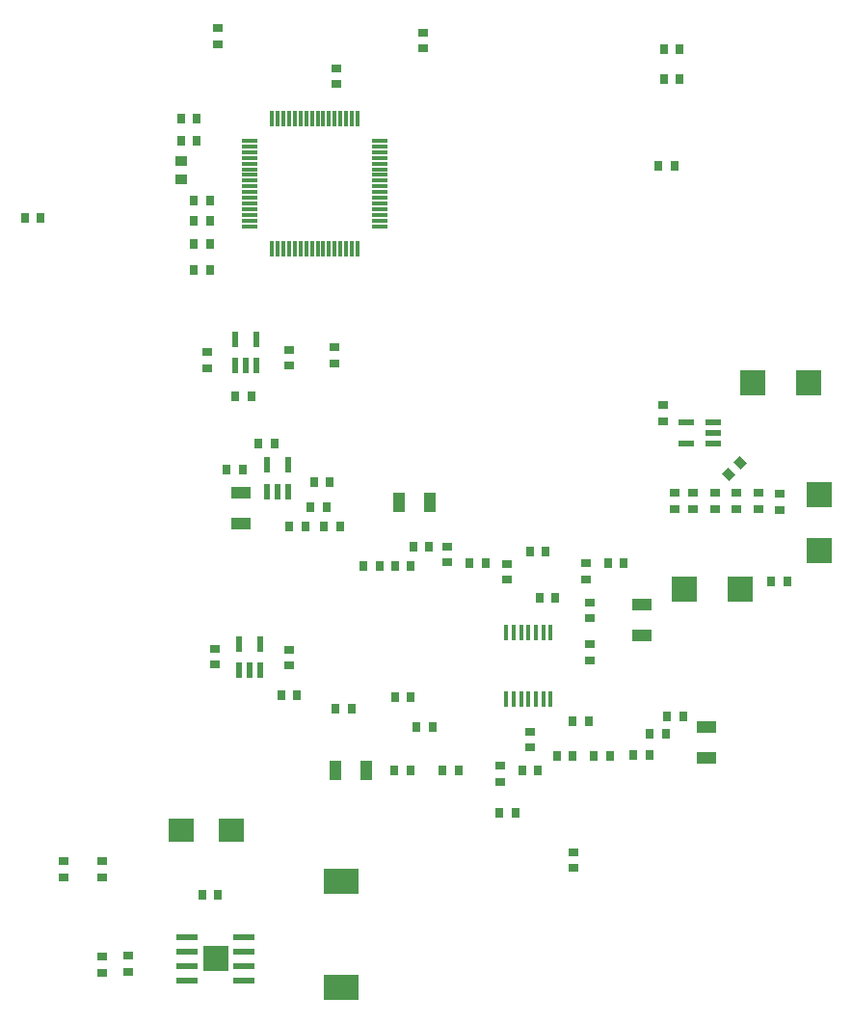
<source format=gtp>
G04*
G04 #@! TF.GenerationSoftware,Altium Limited,Altium Designer,18.1.9 (240)*
G04*
G04 Layer_Color=8421504*
%FSLAX25Y25*%
%MOIN*%
G70*
G01*
G75*
%ADD15R,0.03543X0.03150*%
%ADD16R,0.03150X0.03543*%
G04:AMPARAMS|DCode=17|XSize=35.43mil|YSize=31.5mil|CornerRadius=0mil|HoleSize=0mil|Usage=FLASHONLY|Rotation=135.000|XOffset=0mil|YOffset=0mil|HoleType=Round|Shape=Rectangle|*
%AMROTATEDRECTD17*
4,1,4,0.02366,-0.00139,0.00139,-0.02366,-0.02366,0.00139,-0.00139,0.02366,0.02366,-0.00139,0.0*
%
%ADD17ROTATEDRECTD17*%

%ADD18R,0.05807X0.01181*%
%ADD19R,0.01181X0.05807*%
%ADD20R,0.09055X0.09055*%
%ADD21R,0.09055X0.09055*%
%ADD22R,0.04331X0.06693*%
%ADD23R,0.06693X0.04331*%
%ADD24R,0.02200X0.05200*%
%ADD25R,0.03937X0.03543*%
%ADD26R,0.01772X0.05807*%
%ADD27R,0.05800X0.02200*%
%ADD28R,0.08858X0.08465*%
%ADD29R,0.12205X0.08661*%
%ADD30R,0.07800X0.02200*%
%ADD31R,0.09000X0.09000*%
D15*
X293508Y210244D02*
D03*
Y215756D02*
D03*
X318937Y180291D02*
D03*
Y185803D02*
D03*
X165000Y144441D02*
D03*
Y149953D02*
D03*
X237000Y456835D02*
D03*
Y451323D02*
D03*
X349949Y334800D02*
D03*
Y340312D02*
D03*
X323418Y280100D02*
D03*
Y285612D02*
D03*
X324796Y266672D02*
D03*
Y272183D02*
D03*
X295820Y280073D02*
D03*
Y285584D02*
D03*
X324796Y252234D02*
D03*
Y257746D02*
D03*
X236390Y360398D02*
D03*
Y354886D02*
D03*
X303918Y222000D02*
D03*
Y227512D02*
D03*
X354000Y304472D02*
D03*
Y309984D02*
D03*
X360449Y309954D02*
D03*
Y304443D02*
D03*
X367949Y309954D02*
D03*
Y304443D02*
D03*
X375449Y304443D02*
D03*
Y309955D02*
D03*
X275316Y291584D02*
D03*
Y286073D02*
D03*
X267000Y469194D02*
D03*
Y463682D02*
D03*
X382949Y304443D02*
D03*
Y309954D02*
D03*
X196012Y465100D02*
D03*
Y470612D02*
D03*
X390449Y304191D02*
D03*
Y309703D02*
D03*
X156000Y149756D02*
D03*
Y144244D02*
D03*
X192370Y353114D02*
D03*
Y358626D02*
D03*
X220500Y354000D02*
D03*
Y359512D02*
D03*
X142500Y177094D02*
D03*
Y182606D02*
D03*
X156000Y177094D02*
D03*
Y182606D02*
D03*
X195000Y256256D02*
D03*
Y250744D02*
D03*
X220500Y255847D02*
D03*
Y250335D02*
D03*
D16*
X246394Y284699D02*
D03*
X251906D02*
D03*
X303918Y289669D02*
D03*
X309430D02*
D03*
X318693Y231013D02*
D03*
X324205D02*
D03*
X306674Y214198D02*
D03*
X301162D02*
D03*
X257193Y284699D02*
D03*
X262705D02*
D03*
X312776Y273903D02*
D03*
X307264D02*
D03*
X356882Y232883D02*
D03*
X351370D02*
D03*
X236638Y235419D02*
D03*
X242150D02*
D03*
X355800Y463500D02*
D03*
X350288D02*
D03*
X263560Y291584D02*
D03*
X269072D02*
D03*
X350853Y226864D02*
D03*
X345341D02*
D03*
X264693Y229199D02*
D03*
X270205D02*
D03*
X355800Y453000D02*
D03*
X350288D02*
D03*
X392866Y279482D02*
D03*
X387354D02*
D03*
X288624Y285829D02*
D03*
X283113D02*
D03*
X326109Y219213D02*
D03*
X331621D02*
D03*
X257146Y214198D02*
D03*
X262658D02*
D03*
X353930Y423000D02*
D03*
X348418D02*
D03*
X313268Y219213D02*
D03*
X318780D02*
D03*
X279205Y214198D02*
D03*
X273693D02*
D03*
X199043Y318200D02*
D03*
X204555D02*
D03*
X229163Y313800D02*
D03*
X234675D02*
D03*
X226154Y298500D02*
D03*
X220642D02*
D03*
X238209Y298500D02*
D03*
X232697D02*
D03*
X134756Y405000D02*
D03*
X129244D02*
D03*
X257194Y239328D02*
D03*
X262705D02*
D03*
X345205Y219410D02*
D03*
X339693D02*
D03*
X330937Y285809D02*
D03*
X336449D02*
D03*
X207617Y343500D02*
D03*
X202105D02*
D03*
X190500Y171000D02*
D03*
X196012D02*
D03*
X193256Y387000D02*
D03*
X187744D02*
D03*
X193256Y396000D02*
D03*
X187744D02*
D03*
X193256Y404000D02*
D03*
X187744D02*
D03*
X193256Y411000D02*
D03*
X187744D02*
D03*
X188756Y431764D02*
D03*
X183244D02*
D03*
X188756Y439500D02*
D03*
X183244D02*
D03*
X293410Y199500D02*
D03*
X298922D02*
D03*
X210104Y327129D02*
D03*
X215616D02*
D03*
X217886Y240000D02*
D03*
X223398D02*
D03*
X228000Y305013D02*
D03*
X233512D02*
D03*
D17*
X372587Y316419D02*
D03*
X376484Y320317D02*
D03*
D18*
X252091Y431764D02*
D03*
Y429795D02*
D03*
Y427827D02*
D03*
Y425858D02*
D03*
Y423890D02*
D03*
Y421921D02*
D03*
Y419953D02*
D03*
Y417984D02*
D03*
Y416016D02*
D03*
Y414047D02*
D03*
Y412079D02*
D03*
Y410110D02*
D03*
Y408142D02*
D03*
Y406173D02*
D03*
Y404205D02*
D03*
Y402236D02*
D03*
X206909D02*
D03*
Y404205D02*
D03*
Y406173D02*
D03*
Y408142D02*
D03*
Y410110D02*
D03*
Y412079D02*
D03*
Y414047D02*
D03*
Y416016D02*
D03*
Y417984D02*
D03*
Y419953D02*
D03*
Y421921D02*
D03*
Y423890D02*
D03*
Y425858D02*
D03*
Y427827D02*
D03*
Y429795D02*
D03*
Y431764D02*
D03*
D19*
X244264Y394409D02*
D03*
X242295D02*
D03*
X240327D02*
D03*
X238358D02*
D03*
X236390D02*
D03*
X234421D02*
D03*
X232453D02*
D03*
X230484D02*
D03*
X228516D02*
D03*
X226547D02*
D03*
X224579D02*
D03*
X222610D02*
D03*
X220642D02*
D03*
X218673D02*
D03*
X216705D02*
D03*
X214736D02*
D03*
Y439591D02*
D03*
X216705D02*
D03*
X218673D02*
D03*
X220642D02*
D03*
X222610D02*
D03*
X224579D02*
D03*
X226547D02*
D03*
X228516D02*
D03*
X230484D02*
D03*
X232453D02*
D03*
X234421D02*
D03*
X236390D02*
D03*
X238358D02*
D03*
X240327D02*
D03*
X242295D02*
D03*
X244264D02*
D03*
D20*
X400292Y348000D02*
D03*
X381000D02*
D03*
X376646Y276835D02*
D03*
X357354D02*
D03*
D21*
X403949Y290053D02*
D03*
Y309345D02*
D03*
D22*
X236634Y214198D02*
D03*
X247264D02*
D03*
X258788Y306805D02*
D03*
X269418D02*
D03*
D23*
X342689Y271344D02*
D03*
Y260714D02*
D03*
X204000Y310151D02*
D03*
Y299521D02*
D03*
X364949Y229056D02*
D03*
Y218426D02*
D03*
D24*
X202000Y354000D02*
D03*
X205700D02*
D03*
X209400D02*
D03*
Y363200D02*
D03*
X202000D02*
D03*
X203300Y248656D02*
D03*
X207000D02*
D03*
X210700D02*
D03*
Y257856D02*
D03*
X203300D02*
D03*
X213005Y319600D02*
D03*
X220405D02*
D03*
Y310400D02*
D03*
X216705D02*
D03*
X213005D02*
D03*
D25*
X183339Y424650D02*
D03*
Y418350D02*
D03*
D26*
X295772Y261766D02*
D03*
X298331D02*
D03*
X300890D02*
D03*
X303449D02*
D03*
X306008D02*
D03*
X308567D02*
D03*
X311126D02*
D03*
Y238632D02*
D03*
X308567D02*
D03*
X306008D02*
D03*
X303449D02*
D03*
X300890D02*
D03*
X298331D02*
D03*
X295772D02*
D03*
D27*
X367315Y327129D02*
D03*
Y330829D02*
D03*
Y334529D02*
D03*
X357915D02*
D03*
Y327129D02*
D03*
D28*
X183339Y193500D02*
D03*
X200661D02*
D03*
D29*
X238500Y175807D02*
D03*
Y139193D02*
D03*
D30*
X185461Y156567D02*
D03*
Y151567D02*
D03*
Y146567D02*
D03*
Y141567D02*
D03*
X204861D02*
D03*
Y146567D02*
D03*
Y151567D02*
D03*
Y156567D02*
D03*
D31*
X195161Y149067D02*
D03*
M02*

</source>
